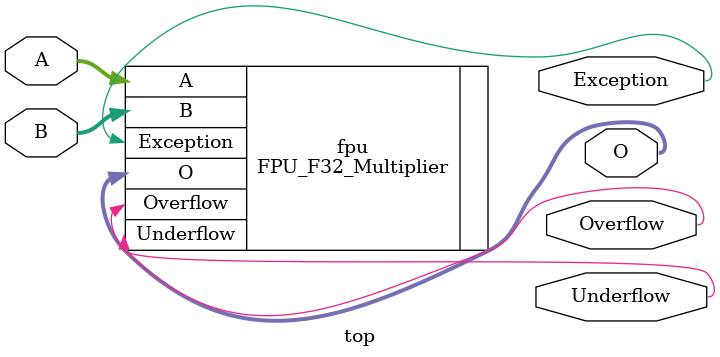
<source format=v>
module top(
	input	[31:0]		A,
	input	[31:0]		B,
	output				Exception,
	output				Overflow,
	output				Underflow,
	output	[31:0]		O		              	//Outputs in the format of IEEE-754 Representation.
);

FPU_F32_Multiplier fpu (
	.A					(A),
	.B					(B),
	.Exception			(Exception),
	.Overflow			(Overflow),
	.Underflow			(Underflow),
	.O					(O)
);

endmodule

</source>
